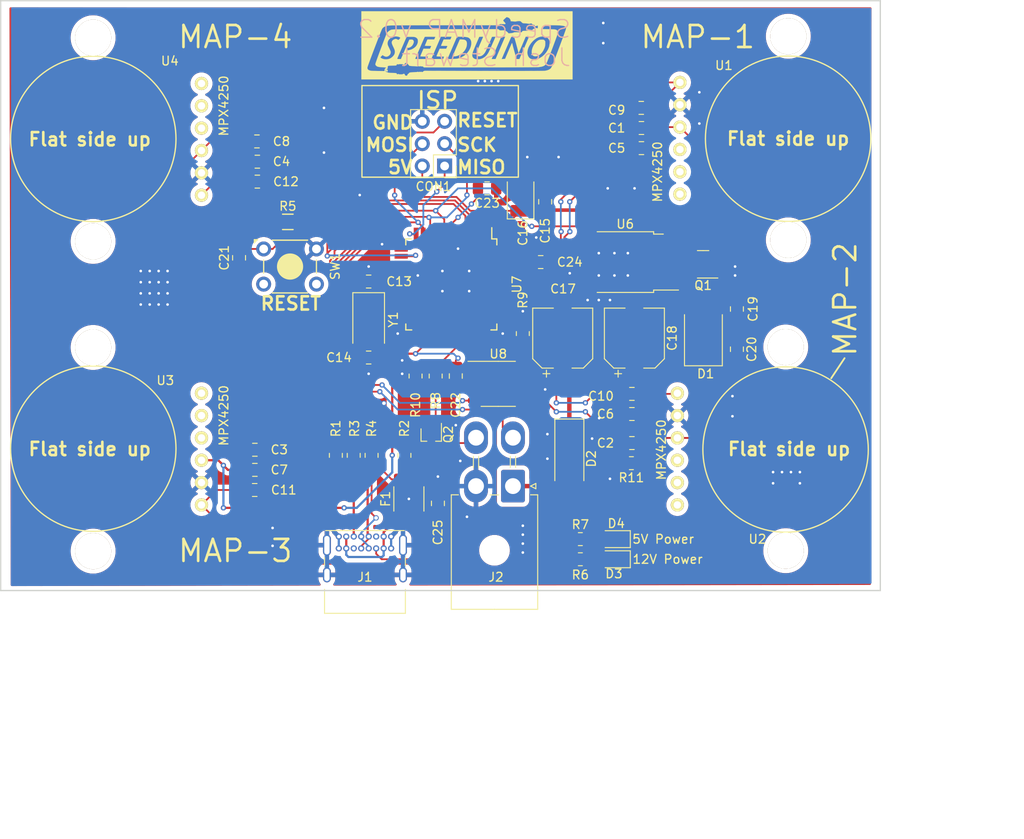
<source format=kicad_pcb>
(kicad_pcb (version 20221018) (generator pcbnew)
  (layers (0 "F.Cu" signal) (31 "B.Cu" signal) (34 "B.Paste" user) (35 "F.Paste" user) (36 "B.SilkS" user "B.Silkscreen") (37 "F.SilkS" user "F.Silkscreen") (38 "B.Mask" user) (39 "F.Mask" user) (44 "Edge.Cuts" user))
  (net 0 "")
  (net 1 "+5V")
  (net 2 "GND")
  (net 3 "MAP1")
  (net 4 "MAP2")
  (net 5 "MAP3")
  (net 6 "MAP4")
  (net 7 "Net-(U7-XTAL2)")
  (net 8 "Net-(U7-XTAL1)")
  (net 9 "12V-PROT")
  (net 10 "12V-SW")
  (net 11 "Net-(D3-A)")
  (net 12 "Net-(D4-A)")
  (net 13 "Net-(J1-CC1)")
  (net 14 "Net-(J1-D+-PadA6)")
  (net 15 "Net-(J1-D--PadA7)")
  (net 17 "Net-(J1-CC2)")
  (net 19 "D-")
  (net 20 "D+")
  (net 21 "RESET")
  (net 23 "Net-(U7-UCAP)")
  (net 24 "Net-(U7-AREF)")
  (net 26 "MOSI")
  (net 27 "MISO")
  (net 31 "DAC_SS")
  (net 33 "SCK")
  (net 42 "Net-(C25-Pad1)")
  (net 45 "VBUS")
  (net 46 "MAP_Out")
  (net 47 "Tach_Out")
  (net 48 "Net-(Q2-G)")
  (net 49 "MCU-D9")
  (net 50 "Net-(U7-~{HWB}{slash}PE2)")
  (footprint "Capacitor_SMD:C_0805_2012Metric_Pad1.18x1.45mm_HandSolder" (layer "F.Cu") (at 148.336 101.274)
    (fp_text reference "C13")
    (fp_text value "22pF")
  )
  (footprint "Capacitor_SMD:C_0805_2012Metric_Pad1.18x1.45mm_HandSolder" (layer "F.Cu") (at 148.336 109.91 180)
    (fp_text reference "C14")
    (fp_text value "22pF")
  )
  (footprint "Resistors_SMD:R_0805_HandSoldering" (layer "F.Cu") (at 139.146 94.488)
    (fp_text reference "R5")
    (fp_text value "R10k")
  )
  (footprint "Buttons_Switches_ThroughHole:SW_TH_Tactile_Omron_B3F-10xx" (layer "F.Cu") (at 136.4 97.568)
    (fp_text reference "SW1")
    (fp_text value "SW_SPST")
  )
  (footprint "Crystal:Crystal_SMD_5032-2Pin_5.0x3.2mm" (layer "F.Cu") (at 148.336 105.592 -90)
    (fp_text reference "Y1")
    (fp_text value "Crystal")
  )
  (footprint "Capacitor_SMD:C_0805_2012Metric_Pad1.18x1.45mm_HandSolder" (layer "F.Cu") (at 179.344 83.82 180)
    (fp_text reference "C1")
    (fp_text value "1uF")
  )
  (footprint "Capacitor_SMD:C_0805_2012Metric_Pad1.18x1.45mm_HandSolder" (layer "F.Cu") (at 178.262 119.634 180)
    (fp_text reference "C2")
    (fp_text value "1uF")
  )
  (footprint "Capacitor_SMD:C_0805_2012Metric_Pad1.18x1.45mm_HandSolder" (layer "F.Cu") (at 135.402 120.396)
    (fp_text reference "C3")
    (fp_text value "1uF")
  )
  (footprint "Capacitor_SMD:C_0805_2012Metric_Pad1.18x1.45mm_HandSolder" (layer "F.Cu") (at 135.682 87.648)
    (fp_text reference "C4")
    (fp_text value "1uF")
  )
  (footprint "Capacitor_SMD:C_0805_2012Metric_Pad1.18x1.45mm_HandSolder" (layer "F.Cu") (at 179.344 86.106 180)
    (fp_text reference "C5")
    (fp_text value "0.01uF")
  )
  (footprint "Capacitor_SMD:C_0805_2012Metric_Pad1.18x1.45mm_HandSolder" (layer "F.Cu") (at 178.262 116.332 180)
    (fp_text reference "C6")
    (fp_text value "0.01uF")
  )
  (footprint "Capacitor_SMD:C_0805_2012Metric_Pad1.18x1.45mm_HandSolder" (layer "F.Cu") (at 135.402 122.682)
    (fp_text reference "C7")
    (fp_text value "0.01uF")
  )
  (footprint "Capacitor_SMD:C_0805_2012Metric_Pad1.18x1.45mm_HandSolder" (layer "F.Cu") (at 135.636 85.344)
    (fp_text reference "C8")
    (fp_text value "0.01uF")
  )
  (footprint "Capacitor_SMD:C_0805_2012Metric_Pad1.18x1.45mm_HandSolder" (layer "F.Cu") (at 179.324 81.534 180)
    (fp_text reference "C9")
    (fp_text value "0.3uF")
  )
  (footprint "Capacitor_SMD:C_0805_2012Metric_Pad1.18x1.45mm_HandSolder" (layer "F.Cu") (at 178.262 114.046 180)
    (fp_text reference "C10")
    (fp_text value "0.3uF")
  )
  (footprint "Capacitor_SMD:C_0805_2012Metric_Pad1.18x1.45mm_HandSolder" (layer "F.Cu") (at 135.382 124.968)
    (fp_text reference "C11")
    (fp_text value "0.3uF")
  )
  (footprint "Capacitor_SMD:C_0805_2012Metric_Pad1.18x1.45mm_HandSolder" (layer "F.Cu") (at 135.682 89.916)
    (fp_text reference "C12")
    (fp_text value "0.3uF")
  )
  (footprint "MPX4250:MPX4250" (layer "F.Cu") (at 183.722 78.638 -90)
    (fp_text reference "U1")
    (fp_text value "MPX4250")
  )
  (footprint "MPX4250:MPX4250" (layer "F.Cu") (at 183.432 113.968 -90)
    (fp_text reference "U2")
    (fp_text value "MPX4250")
  )
  (footprint "MPX4250:MPX4250" (layer "F.Cu") (at 129.332 126.668 90)
    (fp_text reference "U3")
    (fp_text value "MPX4250")
  )
  (footprint "MPX4250:MPX4250" (layer "F.Cu") (at 129.332 91.458 90)
    (fp_text reference "U4")
    (fp_text value "MPX4250")
  )
  (footprint "Capacitor_SMD:CP_Elec_6.3x7.7" (layer "F.Cu") (at 170.394 107.7045 90)
    (fp_text reference "C17")
    (fp_text value "33uF")
  )
  (footprint "Resistor_SMD:R_0805_2012Metric" (layer "F.Cu") (at 153.67 112.014 -90)
    (fp_text reference "R10")
    (fp_text value "100k")
  )
  (footprint "Capacitor_SMD:C_0805_2012Metric_Pad1.18x1.45mm_HandSolder" (layer "F.Cu") (at 158.242 112.014 90)
    (fp_text reference "C22")
    (fp_text value "0.1uF")
  )
  (footprint "LED_SMD:LED_0805_2012Metric_Pad1.15x1.40mm_HandSolder" (layer "F.Cu") (at 176.221 130.556 180)
    (fp_text reference "D4")
    (fp_text value "LED")
  )
  (footprint "Capacitor_SMD:CP_Elec_6.3x7.7" (layer "F.Cu") (at 178.544 107.7045 90)
    (fp_text reference "C18")
    (fp_text value "33uF")
  )
  (footprint "Resistor_SMD:R_0805_2012Metric" (layer "F.Cu") (at 155.956 112.014 -90)
    (fp_text reference "R8")
    (fp_text value "1k")
  )
  (footprint "Resistor_SMD:R_0805_2012Metric" (layer "F.Cu") (at 178.2045 121.92 180)
    (fp_text reference "R11")
    (fp_text value "100k")
  )
  (footprint "Fuse:Fuse_1812_4532Metric_Pad1.30x3.40mm_HandSolder" (layer "F.Cu") (at 152.908 125.984 90)
    (fp_text reference "F1")
    (fp_text value "Fuse")
  )
  (footprint "Capacitor_SMD:C_0805_2012Metric_Pad1.18x1.45mm_HandSolder" (layer "F.Cu") (at 156.21 126.492 90)
    (fp_text reference "C25")
    (fp_text value "1uF")
  )
  (footprint "Misc:Speeduino logo_sml" (layer "F.Cu") (at 159.512 74.422)
    (fp_text reference "G***" hide)
    (fp_text value "LOGO" hide)
  )
  (footprint "Capacitor_SMD:C_0805_2012Metric_Pad1.18x1.45mm_HandSolder" (layer "F.Cu") (at 190.2 104.394 90)
    (fp_text reference "C19")
    (fp_text value "0.1uF")
  )
  (footprint "Diode_SMD:D_SMB" (layer "F.Cu") (at 186.39 107.188 90)
    (fp_text reference "D1")
    (fp_text value "D_TVS")
  )
  (footprint "Resistor_SMD:R_0805_2012Metric" (layer "F.Cu") (at 152.4 121.031 -90)
    (fp_text reference "R2")
    (fp_text value "5.1k")
  )
  (footprint "Capacitor_Tantalum_SMD:CP_EIA-3528-21_Kemet-B" (layer "F.Cu") (at 165.608 91.694 90)
    (fp_text reference "C16")
    (fp_text value "47uF")
  )
  (footprint "Connector_PinHeader_2.54mm:PinHeader_2x03_P2.54mm_Vertical" (layer "F.Cu") (at 156.972 88.138 180)
    (fp_text reference "CON1")
    (fp_text value "AVR-ISP-6")
  )
  (footprint "LED_SMD:LED_0805_2012Metric_Pad1.15x1.40mm_HandSolder" (layer "F.Cu") (at 176.221 132.842 180)
    (fp_text reference "D3")
    (fp_text value "LED")
  )
  (footprint "Connector_USB:USB_C_Receptacle_GCT_USB4085" (layer "F.Cu") (at 144.941 130.26)
    (fp_text reference "J1")
    (fp_text value "USB_C_Receptacle")
  )
  (footprint "Package_TO_SOT_SMD:SOT-23" (layer "F.Cu") (at 186.3575 99.314 180)
    (fp_text reference "Q1")
    (fp_text value "FDN340P")
  )
  (footprint "Capacitor_SMD:C_0805_2012Metric_Pad1.18x1.45mm_HandSolder" (layer "F.Cu") (at 190.2 108.966 -90)
    (fp_text reference "C20")
    (fp_text value "0.33uF")
  )
  (footprint "Resistor_SMD:R_0805_2012Metric" (layer "F.Cu") (at 146.639 121.031 -90)
    (fp_text reference "R3")
    (fp_text value "22")
  )
  (footprint "Resistor_SMD:R_0805_2012Metric" (layer "F.Cu") (at 144.607 121.031 90)
    (fp_text reference "R1")
    (fp_text value "5.1k")
  )
  (footprint "Package_QFP:TQFP-44_10x10mm_P0.8mm" (layer "F.Cu") (at 157.734 101.6 -90)
    (fp_text reference "U7")
    (fp_text value "ATmega32U4-A")
  )
  (footprint "Capacitor_SMD:C_0805_2012Metric_Pad1.18x1.45mm_HandSolder" (layer "F.Cu") (at 168.402 92.202 90)
    (fp_text reference "C15")
    (fp_text value "0.1uF")
  )
  (footprint "Package_TO_SOT_SMD:SOT-323_SC-70" (layer "F.Cu") (at 155.448 118.6965 -90)
    (fp_text reference "Q2")
    (fp_text value "BSS138PW,115")
  )
  (footprint "Package_TO_SOT_SMD:TO-252-2" (layer "F.Cu") (at 177.422 99.06 180)
    (fp_text reference "U6")
    (fp_text value "MC78M05_TO252")
  )
  (footprint "Connector_Molex:Molex_Mini-Fit_Jr_5569-04A2_2x02_P4.20mm_Horizontal" (layer "F.Cu") (at 164.741 124.526 180)
    (fp_text reference "J2")
    (fp_text value "Conn_01x04")
  )
  (footprint "Resistor_SMD:R_0805_2012Metric" (layer "F.Cu") (at 148.671 121.031 90)
    (fp_text reference "R4")
    (fp_text value "22")
  )
  (footprint "Package_SO:SOIC-8_3.9x4.9mm_P1.27mm" (layer "F.Cu") (at 163.068 112.903)
    (fp_text reference "U8")
    (fp_text value "MCP4921-E/SN")
  )
  (footprint "Capacitor_SMD:C_0805_2012Metric_Pad1.18x1.45mm_HandSolder" (layer "F.Cu") (at 161.798 90.678 180)
    (fp_text reference "C23")
    (fp_text value "1uF")
  )
  (footprint "Diode_SMD:D_SMA_Handsoldering" (layer "F.Cu") (at 171.15 121.412 -90)
    (fp_text reference "D2")
    (fp_text value "D_Schottky")
  )
  (footprint "Resistor_SMD:R_0805_2012Metric" (layer "F.Cu") (at 172.402 132.842)
    (fp_text reference "R6")
    (fp_text value "1k")
  )
  (footprint "Resistor_SMD:R_0805_2012Metric_Pad1.20x1.40mm_HandSolder" (layer "F.Cu") (at 165.862 107.188 -90)
    (fp_text reference "R9")
    (fp_text value "R10k")
  )
  (footprint "Capacitor_SMD:C_0805_2012Metric_Pad1.18x1.45mm_HandSolder" (layer "F.Cu") (at 133.604 98.5735 90)
    (fp_text reference "C21")
    (fp_text value "4.7nF")
  )
  (footprint "Capacitor_SMD:C_0805_2012Metric_Pad1.18x1.45mm_HandSolder" (layer "F.Cu") (at 167.894 99.06 180)
    (fp_text reference "C24")
    (fp_text value "0.1uF")
  )
  (footprint "Resistor_SMD:R_0805_2012Metric" (layer "F.Cu") (at 172.402 130.556)
    (fp_text reference "R7")
    (fp_text value "470R")
  )
  (gr_line (start 202.438 109.982) (end 200.914 112.268) (stroke (width 0.2)) (layer "F.SilkS"))
  (gr_rect (start 147.574 78.994) (end 165.354 89.408) (stroke (width 0.15)) (fill none) (layer "F.SilkS"))
  (gr_line (start 106.502 136.398) (end 106.502 69.342) (stroke (width 0.15)) (layer "Edge.Cuts"))
  (gr_line (start 206.502 69.342) (end 206.502 136.398) (stroke (width 0.15)) (layer "Edge.Cuts"))
  (gr_line (start 106.502 69.342) (end 206.502 69.342) (stroke (width 0.15)) (layer "Edge.Cuts"))
  (gr_line (start 206.502 136.398) (end 106.502 136.398) (stroke (width 0.15)) (layer "Edge.Cuts"))
  (gr_text "SpeedyMAP v0.2\nJosh Stewart" (at 171.45 76.962) (layer "B.SilkS") (effects (font (size 2 2)) (justify left bottom mirror)))
  (gr_text "ISP" (at 153.67 81.788) (layer "F.SilkS") (effects (font (size 1.9 1.9) (thickness 0.3) bold) (justify left bottom)))
  (gr_text "RESET" (at 158.242 83.82) (layer "F.SilkS") (effects (font (size 1.5 1.5) (thickness 0.3) bold) (justify left bottom)))
  (gr_text "Flat side up" (at 196.022 85.038) (layer "F.SilkS") (effects (font (size 1.5 1.5) (thickness 0.3))))
  (gr_text "MAP-2" (at 203.962 109.982 90) (layer "F.SilkS") (effects (font (size 2.5 2.5) (thickness 0.3) bold) (justify left bottom)))
  (gr_text "Flat side up" (at 116.632 120.318) (layer "F.SilkS") (effects (font (size 1.5 1.5) (thickness 0.3))))
  (gr_text "5V" (at 150.368 89.154) (layer "F.SilkS") (effects (font (size 1.5 1.5) (thickness 0.3) bold) (justify left bottom)))
  (gr_text "SCK" (at 158.242 86.614) (layer "F.SilkS") (effects (font (size 1.5 1.5) (thickness 0.3) bold) (justify left bottom)))
  (gr_text "MAP-4" (at 126.492 74.93) (layer "F.SilkS") (effects (font (size 2.5 2.5) (thickness 0.3) bold) (justify left bottom)))
  (gr_text "Flat side up" (at 116.632 85.108) (layer "F.SilkS") (effects (font (size 1.5 1.5) (thickness 0.3))))
  (gr_text "MISO" (at 158.242 89.154) (layer "F.SilkS") (effects (font (size 1.5 1.5) (thickness 0.3) bold) (justify left bottom)))
  (gr_text "GND" (at 148.59 84.074) (layer "F.SilkS") (effects (font (size 1.5 1.5) (thickness 0.3) bold) (justify left bottom)))
  (gr_text "MAP-3" (at 126.492 133.35) (layer "F.SilkS") (effects (font (size 2.5 2.5) (thickness 0.3) bold) (justify left bottom)))
  (gr_text "Flat side up" (at 196.132 120.318) (layer "F.SilkS") (effects (font (size 1.5 1.5) (thickness 0.3))))
  (gr_text "RESET" (at 135.89 104.648) (layer "F.SilkS") (effects (font (size 1.5 1.5) (thickness 0.3) bold) (justify left bottom)))
  (gr_text "MOSI" (at 147.828 86.614) (layer "F.SilkS") (effects (font (size 1.5 1.5) (thickness 0.3) bold) (justify left bottom)))
  (gr_text "MAP-1" (at 179.07 74.93) (layer "F.SilkS") (effects (font (size 2.5 2.5) (thickness 0.3) bold) (justify left bottom)))
  (segment (start 151.015411 121.018589) (end 151.015411 110.096589) (width 0.25) (layer "F.Cu") (net 1))
  (segment (start 171.4895 130.556) (end 171.4895 128.6925) (width 0.2) (layer "F.Cu") (net 1))
  (segment (start 163.576 97.458) (end 163.434 97.6) (width 0.2) (layer "F.Cu") (net 1))
  (segment (start 179.512 119.4215) (end 179.2995 119.634) (width 0.2) (layer "F.Cu") (net 1))
  (segment (start 182.462 96.78) (end 179.662 93.98) (width 0.4) (layer "F.Cu") (net 1))
  (segment (start 182.468 96.774) (end 186.436 96.774) (width 0.2) (layer "F.Cu") (net 1))
  (segment (start 186.436 87.122) (end 187.452 86.106) (width 0.2) (layer "F.Cu") (net 1))
  (segment (start 154.309 107.075) (end 154.534 107.3) (width 0.2) (layer "F.Cu") (net 1))
  (segment (start 154.686 99.314) (end 155.207 99.835) (width 0.2) (layer "F.Cu") (net 1))
  (segment (start 182.196 119.048) (end 185.166 119.048) (width 0.2) (layer "F.Cu") (net 1))
  (segment (start 165.543 113.538) (end 167.132 113.538) (width 0.2) (layer "F.Cu") (net 1))
  (segment (start 130.366 85.344) (end 129.332 86.378) (width 0.2) (layer "F.Cu") (net 1))
  (segment (start 137.796 94.488) (end 126.746 94.488) (width 0.2) (layer "F.Cu") (net 1))
  (segment (start 173.680401 93.98) (end 172.852401 93.152) (width 0.4) (layer "F.Cu") (net 1))
  (segment (start 143.53 76.2) (end 134.386 85.344) (width 0.2) (layer "F.Cu") (net 1))
  (segment (start 183.722 83.718) (end 180.696 83.718) (width 0.2) (layer "F.Cu") (net 1))
  (segment (start 155.284 105.6) (end 155.207 105.677) (width 0.2) (layer "F.Cu") (net 1))
  (segment (start 134.5985 85.344) (end 134.386 85.344) (width 0.2) (layer "F.Cu") (net 1))
  (segment (start 163.434 97.6) (end 161.684 97.6) (width 0.2) (layer "F.Cu") (net 1))
  (segment (start 158.318958 91.656998) (end 154.648998 91.656998) (width 0.2) (layer "F.Cu") (net 1))
  (segment (start 180.594 86.106) (end 180.594 93.048) (width 0.2) (layer "F.Cu") (net 1))
  (segment (start 160.593 110.998) (end 158.308 110.998) (width 0.2) (layer "F.Cu") (net 1))
  (segment (start 165.608 93.2315) (end 163.576 95.2635) (width 0.2) (layer "F.Cu") (net 1))
  (segment (start 160.934 96.85) (end 160.934 95.9) (width 0.2) (layer "F.Cu") (net 1))
  (segment (start 126.238 93.98) (end 126.238 89.472) (width 0.2) (layer "F.Cu") (net 1))
  (segment (start 143.025974 127) (end 131.826 127) (width 0.25) (layer "F.Cu") (net 1))
  (segment (start 186.436 96.774) (end 186.436 86.432) (width 0.2) (layer "F.Cu") (net 1))
  (segment (start 186.436 86.432) (end 183.722 83.718) (width 0.2) (layer "F.Cu") (net 1))
  (segment (start 154.534 108.61) (end 153.67 109.474) (width 0.2) (layer "F.Cu") (net 1))
  (segment (start 155.207 105.677) (end 154.309 106.575) (width 0.2) (layer "F.Cu") (net 1))
  (segment (start 163.576 95.2635) (end 163.576 97.458) (width 0.2) (layer "F.Cu") (net 1))
  (segment (start 131.826 122.174) (end 131.24 121.588) (width 0.25) (layer "F.Cu") (net 1))
  (segment (start 161.684 105.46) (end 161.544 105.6) (width 0.2) (layer "F.Cu") (net 1))
  (segment (start 181.61 124.714) (end 181.61 119.634) (width 0.2) (layer "F.Cu") (net 1))
  (segment (start 182.462 96.78) (end 182.468 96.774) (width 0.2) (layer "F.Cu") (net 1))
  (segment (start 187.452 78.486) (end 185.166 76.2) (width 0.2) (layer "F.Cu") (net 1))
  (segment (start 181.61 119.634) (end 182.196 119.048) (width 0.2) (layer "F.Cu") (net 1))
  (segment (start 180.77 119.048) (end 179.578 117.856) (width 0.2) (layer "F.Cu") (net 1))
  (segment (start 162.0385 93.2315) (end 159.89346 93.2315) (width 0.2) (layer "F.Cu") (net 1))
  (segment (start 131.826 122.174) (end 132.334 122.682) (width 0.25) (layer "F.Cu") (net 1))
  (segment (start 134.152 122.682) (end 134.152 120.396) (width 0.25) (layer "F.Cu") (net 1))
  (segment (start 179.662 93.98) (end 173.680401 93.98) (width 0.4) (layer "F.Cu") (net 1))
  (segment (start 191.978 118.364) (end 191.294 119.048) (width 0.2) (layer "F.Cu") (net 1))
  (segment (start 143.025974 127) (end 145.542 127) (width 0.25) (layer "F.Cu") (net 1))
  (segment (start 154.432 91.44) (end 154.432 88.138) (width 0.2) (layer "F.Cu") (net 1))
  (segment (start 187.452 86.106) (end 187.452 78.486) (width 0.2) (layer "F.Cu") (net 1))
  (segment (start 180.696 83.718) (end 180.594 83.82) (width 0.2) (layer "F.Cu") (net 1))
  (segment (start 134.6445 87.648) (end 134.5985 87.602) (width 0.2) (layer "F.Cu") (net 1))
  (segment (start 152.034 99.2) (end 152.984 99.2) (width 0.2) (layer "F.Cu") (net 1))
  (segment (start 160.934 94.336) (end 160.934 95.9) (width 0.2) (layer "F.Cu") (net 1))
  (segment (start 134.386 85.344) (end 130.366 85.344) (width 0.2) (layer "F.Cu") (net 1))
  (segment (start 163.434 105.6) (end 161.544 105.6) (width 0.2) (layer "F.Cu") (net 1))
  (segment (start 153.098 99.314) (end 154.686 99.314) (width 0.2) (layer "F.Cu") (net 1))
  (segment (start 158.308 110.998) (end 158.242 111.064) (width 0.2) (layer "F.Cu") (net 1))
  (segment (start 158.242 110.236) (end 158.496 109.982) (width 0.2) (layer "F.Cu") (net 1))
  (segment (start 151.638 109.474) (end 153.67 109.474) (width 0.25) (layer "F.Cu") (net 1))
  (segment (start 172.852401 93.152) (end 165.6875 93.152) (width 0.4) (layer "F.Cu") (net 1))
  (segment (start 131.24 121.588) (end 129.332 121.588) (width 0.25) (layer "F.Cu") (net 1))
  (segment (start 151.015411 110.096589) (end 151.638 109.474) (width 0.25) (layer "F.Cu") (net 1))
  (segment (start 172.974 116.078) (end 174.752 117.856) (width 0.2) (layer "F.Cu") (net 1))
  (segment (start 159.89346 93.2315) (end 158.318958 91.656998) (width 0.2) (layer "F.Cu") (net 1))
  (segment (start 134.5985 87.602) (end 134.5985 85.344) (width 0.2) (layer "F.Cu") (net 1))
  (segment (start 167.132 113.538) (end 169.672 116.078) (width 0.2) (layer "F.Cu") (net 1))
  (segment (start 186.436 96.774) (end 187.198 96.774) (width 0.2) (layer "F.Cu") (net 1))
  (segment (start 183.432 119.048) (end 180.77 119.048) (width 0.2) (layer "F.Cu") (net 1))
  (segment (start 126.746 94.488) (end 126.238 93.98) (width 0.2) (layer "F.Cu") (net 1))
  (segment (start 181.102 125.222) (end 181.61 124.714) (width 0.2) (layer "F.Cu") (net 1))
  (segment (start 161.684 97.6) (end 161.684 105.46) (width 0.2) (layer "F.Cu") (net 1))
  (segment (start 154.309 106.575) (end 154.309 107.075) (width 0.2) (layer "F.Cu") (net 1))
  (segment (start 187.295 98.364) (end 187.295 96.871) (width 0.2) (layer "F.Cu") (net 1))
  (segment (start 165.608 93.2315) (end 162.0385 93.2315) (width 0.2) (layer "F.Cu") (net 1))
  (segment (start 191.294 119.048) (end 185.166 119.048) (width 0.2) (layer "F.Cu") (net 1))
  (segment (start 191.978 98.298) (end 191.978 118.364) (width 0.2) (layer "F.Cu") (net 1))
  (segment (start 158.242 111.064) (end 158.242 110.236) (width 0.2) (layer "F.Cu") (net 1))
  (segment (start 126.238 89.472) (end 129.332 86.378) (width 0.2) (layer "F.Cu") (net 1))
  (segment (start 187.198 96.774) (end 190.454 96.774) (width 0.2) (layer "F.Cu") (net 1))
  (segment (start 180.594 93.048) (end 179.662 93.98) (width 0.2) (layer "F.Cu") (net 1))
  (segment (start 185.166 76.2) (end 143.53 76.2) (width 0.2) (layer "F.Cu") (net 1))
  (segment (start 180.594 83.82) (end 180.594 86.106) (width 0.2) (layer "F.Cu") (net 1))
  (segment (start 165.6875 93.152) (end 165.608 93.2315) (width 0.4) (layer "F.Cu") (net 1))
  (segment (start 161.684 97.6) (end 160.934 96.85) (width 0.2) (layer "F.Cu") (net 1))
  (segment (start 187.295 96.871) (end 187.198 96.774) (width 0.2) (layer "F.Cu") (net 1))
  (segment (start 185.166 119.048) (end 183.432 119.048) (width 0.2) (layer "F.Cu") (net 1))
  (segment (start 155.207 99.835) (end 155.207 105.677) (width 0.2) (layer "F.Cu") (net 1))
  (segment (start 174.752 117.856) (end 179.512 117.856) (width 0.2) (layer "F.Cu") (net 1))
  (segment (start 174.96 125.222) (end 181.102 125.222) (width 0.2) (layer "F.Cu") (net 1))
  (segment (start 152.984 99.2) (end 153.098 99.314) (width 0.2) (layer "F.Cu") (net 1))
  (segment (start 162.0385 93.2315) (end 160.934 94.336) (width 0.2) (layer "F.Cu") (net 1))
  (segment (start 161.544 105.6) (end 155.284 105.6) (width 0.2) (layer "F.Cu") (net 1))
  (segment (start 171.4895 128.6925) (end 174.96 125.222) (width 0.2) (layer "F.Cu") (net 1))
  (segment (start 179.512 116.332) (end 179.512 119.4215) (width 0.2) (layer "F.Cu") (net 1))
  (segment (start 154.534 107.3) (end 154.534 108.61) (width 0.2) (layer "F.Cu") (net 1))
  (segment (start 154.648998 91.656998) (end 154.432 91.44) (width 0.2) (layer "F.Cu") (net 1))
  (segment (start 190.454 96.774) (end 191.978 98.298) (width 0.2) (layer "F.Cu") (net 1))
  (segment (start 132.334 122.682) (end 134.152 122.682) (width 0.25) (layer "F.Cu") (net 1))
  (via (at 145.542 127) (size 0.6) (drill 0.3) (layers "F.Cu" "B.Cu") (net 1))
  (via (at 131.826 127) (size 0.6) (drill 0.3) (layers "F.Cu" "B.Cu") (net 1))
  (via (at 153.67 109.474) (size 0.6) (drill 0.3) (layers "F.Cu" "B.Cu") (net 1))
  (via (at 131.826 122.174) (size 0.6) (drill 0.3) (layers "F.Cu" "B.Cu") (net 1))
  (via (at 169.672 116.078) (size 0.6) (drill 0.3) (layers "F.Cu" "B.Cu") (net 1))
  (via (at 158.496 109.982) (size 0.6) (drill 0.3) (layers "F.Cu" "B.Cu") (net 1))
  (via (at 151.015411 121.018589) (size 0.6) (drill 0.3) (layers "F.Cu" "B.Cu") (net 1))
  (via (at 172.974 116.078) (size 0.6) (drill 0.3) (layers "F.Cu" "B.Cu") (net 1))
  (segment (start 151.015411 122.96709) (end 151.015411 121.018589) (width 0.25) (layer "B.Cu") (net 1))
  (segment (start 131.826 127) (end 131.826 122.174) (width 0.25) (layer "B.Cu") (net 1))
  (segment (start 145.542 127) (end 146.982501 127) (width 0.25) (layer "B.Cu") (net 1))
  (segment (start 158.496 109.982) (end 157.988 109.474) (width 0.2) (layer "B.Cu") (net 1))
  (segment (start 146.982501 127) (end 151.015411 122.96709) (width 0.25) (layer "B.Cu") (net 1))
  (segment (start 169.672 116.078) (end 172.974 116.078) (width 0.2) (layer "B.Cu") (net 1))
  (segment (start 157.988 109.474) (end 153.67 109.474) (width 0.2) (layer "B.Cu") (net 1))
  (segment (start 165.862 104.648) (end 165.862 106.188) (width 0.2) (layer "F.Cu") (net 2))
  (segment (start 163.434 104.8) (end 165.71 104.8) (width 0.2) (layer "F.Cu") (net 2))
  (segment (start 164.862 107.188) (end 165.862 106.188) (width 0.2) (layer "F.Cu") (net 2))
  (segment (start 165.71 104.8) (end 165.862 104.648) (width 0.2) (layer "F.Cu") (net 2))
  (segment (start 152.034 100) (end 153.34 100) (width 0.2) (layer "F.Cu") (net 2))
  (segment (start 153.34 100) (end 153.924 100.584) (width 0.2) (layer "F.Cu") (net 2))
  (segment (start 158.496 95.938) (end 158.534 95.9) (width 0.2) (layer "F.Cu") (net 2))
  (segment (start 163.434 98.4) (end 165.252 98.4) (width 0.2) (layer "F.Cu") (net 2))
  (segment (start 163.576 107.188) (end 164.862 107.188) (width 0.2) (layer "F.Cu") (net 2))
  (segment (start 165.252 98.4) (end 167.386 96.266) (width 0.2) (layer "F.Cu") (net 2))
  (segment (start 158.496 97.536) (end 158.496 95.938) (width 0.2) (layer "F.Cu") (net 2))
  (via (at 156.718 100.076) (size 0.6) (drill 0.3) (layers "F.Cu" "B.Cu") (net 2))
  (via (at 153.924 100.584) (size 0.6) (drill 0.3) (layers "F.Cu" "B.Cu") (net 2))
  (via (at 173.736 119.126) (size 0.6) (drill 0.3) (layers "F.Cu" "B.Cu") (net 2))
  (via (at 143.256 86.614) (size 0.6) (drill 0.3) (layers "F.Cu" "B.Cu") (net 2))
  (via (at 176.276 98.044) (size 0.6) (drill 0.3) (layers "F.Cu" "B.Cu") (net 2))
  (via (at 167.386 96.266) (size 0.6) (drill 0.3) (layers "F.Cu" "B.Cu") (net 2))
  (via (at 123.444 101.346) (size 0.6) (drill 0.3) (layers "F.Cu" "B.Cu") (net 2))
  (via (at 122.428 103.886) (size 0.6) (drill 0.3) (layers "F.Cu" "B.Cu") (net 2))
  (via (at 175.006 74.168) (size 0.6) (drill 0.3) (layers "F.Cu" "B.Cu") (net 2))
  (via (at 160.782 78.486) (size 0.6) (drill 0.3) (layers "F.Cu" "B.Cu") (net 2))
  (via (at 175.768 123.698) (size 0.6) (drill 0.3) (layers "F.Cu" "B.Cu") (net 2))
  (via (at 125.476 100.076) (size 0.6) (drill 0.3) (layers "F.Cu" "B.Cu") (net 2))
  (via (at 165.862 130.048) (size 0.6) (drill 0.3) (layers "F.Cu" "B.Cu") (net 2))
  (via (at 122.428 102.616) (size 0.6) (drill 0.3) (layers "F.Cu" "B.Cu") (net 2))
  (via (at 159.766 102.362) (size 0.6) (drill 0.3) (layers "F.Cu" "B.Cu") (net 2))
  (via (at 124.46 102.616) (size 0.6) (drill 0.3) (layers "F.Cu" "B.Cu") (net 2))
  (via (at 147.32 91.44) (size 0.6) (drill 0.3) (layers "F.Cu" "B.Cu") (net 2))
  (via (at 173.228 103.378) (size 0.6) (drill 0.3) (layers "F.Cu" "B.Cu") (net 2))
  (via (at 156.718 102.362) (size 0.6) (drill 0.3) (layers "F.Cu" "B.Cu") (net 2))
  (via (at 123.444 103.886) (size 0.6) (drill 0.3) (layers "F.Cu" "B.Cu") (net 2))
  (via (at 137.414 129.286) (size 0.6) (drill 0.3) (layers "F.Cu" "B.Cu") (net 2))
  (via (at 152.146 111.76) (size 0.6) (drill 0.3) (layers "F.Cu" "B.Cu") (net 2))
  (via (at 171.196 100.33) (size 0.6) (drill 0.3) (layers "F.Cu" "B.Cu") (net 2))
  (via (at 165.862 129.032) (size 0.6) (drill 0.3) (layers "F.Cu" "B.Cu") (net 2))
  (via (at 159.766 100.076) (size 0.6) (drill 0.3) (layers "F.Cu" "B.Cu") (net 2))
  (via (at 175.006 71.882) (size 0.6) (drill 0.3) (layers "F.Cu" "B.Cu") (net 2))
  (via (at 189.692 114.3) (size 0.6) (drill 0.3) (layers "F.Cu" "B.Cu") (net 2))
  (via (at 125.476 102.616) (size 0.6) (drill 0.3) (layers "F.Cu" "B.Cu") (net 2))
  (via (at 151.638 107.188) (size 0.6) (drill 0.3) (layers "F.Cu" "B.Cu") (net 2))
  (via (at 174.498 98.044) (size 0.6) (drill 0.3) (layers "F.Cu" "B.Cu") (net 2))
  (via (at 124.46 100.076) (size 0.6) (drill 0.3) (layers "F.Cu" "B.Cu") (net 2))
  (via (at 158.75 121.666) (size 0.6) (drill 0.3) (layers "F.Cu" "B.Cu") (net 2))
  (via (at 196.342 122.936) (size 0.6) (drill 0.3) (layers "F.Cu" "B.Cu") (net 2))
  (via (at 158.242 117.602) (size 0.6) (drill 0.3) (layers "F.Cu" "B.Cu") (net 2))
  (via (at 185.928 83.312) (size 0.6) (drill 0.3) (layers "F.Cu" "B.Cu") (net 2))
  (via (at 189.992 99.568) (size 0.6) (drill 0.3) (layers "F.Cu" "B.Cu") (net 2))
  (via (at 162.306 78.486) (size 0.6) (drill 0.3) (layers "F.Cu" "B.Cu") (net 2))
  (via (at 176.276 100.584) (size 0.6) (drill 0.3) (layers "F.Cu" "B.Cu") (net 2))
  (via (at 195.326 122.936) (size 0.6) (drill 0.3) (layers "F.Cu" "B.Cu") (net 2))
  (via (at 175.514 90.678) (size 0.6) (drill 0.3) (layers "F.Cu" "B.Cu") (net 2))
  (via (at 123.444 102.616) (size 0.6) (drill 0.3) (layers "F.Cu" "B.Cu") (net 2))
  (via (at 189.692 116.586) (size 0.6) (drill 0.3) (layers "F.Cu" "B.Cu") (net 2))
  (via (at 152.146 110.236) (size 0.6) (drill 0.3) (layers "F.Cu" "B.Cu") (net 2))
  (via (at 194.31 122.936) (size 0.6) (drill 0.3) (layers "F.Cu" "B.Cu") (net 2))
  (via (at 137.414 131.318) (size 0.6) (drill 0.3) (layers "F.Cu" "B.Cu") (net 2))
  (via (at 149.86 97.028) (size 0.6) (drill 0.3) (layers "F.Cu" "B.Cu") (net 2))
  (via (at 168.402 113.538) (size 0.6) (drill 0.3) (layers "F.Cu" "B.Cu") (net 2))
  (via (at 166.37 87.122) (size 0.6) (drill 0.3) (layers "F.Cu" "B.Cu") (net 2))
  (via (at 178.562 90.678) (size 0.6) (drill 0.3) (layers "F.Cu" "B.Cu") (net 2))
  (via (at 125.476 101.346) (size 0.6) (drill 0.3) (layers "F.Cu" "B.Cu") (net 2))
  (via (at 177.8 100.584) (size 0.6) (drill 0.3) (layers "F.Cu" "B.Cu") (net 2))
  (via (at 197.358 124.206) (size 0.6) (drill 0.3) (layers "F.Cu" "B.Cu") (net 2))
  (via (at 161.544 78.486) (size 0.6) (drill 0.3) (layers "F.Cu" "B.Cu") (net 2))
  (via (at 163.576 107.188) (size 0.6) (drill 0.3) (layers "F.Cu" "B.Cu") (net 2))
  (via (at 124.46 101.346) (size 0.6) (drill 0.3) (layers "F.Cu" "B.Cu") (net 2))
  (via (at 174.498 103.378) (size 0.6) (drill 0.3) (layers "F.Cu" "B.Cu") (net 2))
  (via (at 152.908 125.984) (size 0.6) (drill 0.3) (layers "F.Cu" "B.Cu") (net 2))
  (via (at 150.071089 115.104911) (size 0.6) (drill 0.4) (layers "F.Cu" "B.Cu") (net 2))
  (via (at 123.444 100.076) (size 0.6) (drill 0.3) (layers "F.Cu" "B.Cu") (net 2))
  (via (at 122.428 101.346) (size 0.6) (drill 0.3) (layers "F.Cu" "B.Cu") (net 2))
  (via (at 168.656 118.618) (size 0.6) (drill 0.3) (layers "F.Cu" "B.Cu") (net 2))
  (via (at 156.21 123.444) (size 0.6) (drill 0.3) (layers "F.Cu" "B.Cu") (net 2))
  (via (at 197.358 122.936) (size 0.6) (drill 0.3) (layers "F.Cu" "B.Cu") (net 2))
  (via (at 168.656 121.412) (size 0.6) (drill 0.3) (layers "F.Cu" "B.Cu") (net 2))
  (via (at 169.926 87.122) (size 0.6) (drill 0.3) (layers "F.Cu" "B.Cu") (net 2))
  (via (at 177.8 98.044) (size 0.6) (drill 0.3) (layers "F.Cu" "B.Cu") (net 2))
  (via (at 122.428 100.076) (size 0.6) (drill 0.3) (layers "F.Cu" "B.Cu") (net 2))
  (via (at 148.336 111.76) (size 0.6) (drill 0.3) (layers "F.Cu" "B.Cu") (net 2))
  (via (at 159.512 128.016) (size 0.6) (drill 0.3) (layers "F.Cu" "B.Cu") (net 2))
  (via (at 143.256 81.534) (size 0.6) (drill 0.3) (layers "F.Cu" "B.Cu") (net 2))
  (via (at 174.498 100.584) (size 0.6) (drill 0.3) (layers "F.Cu" "B.Cu") (net 2))
  (via (at 165.862 132.08) (size 0.6) (drill 0.3) (layers "F.Cu" "B.Cu") (net 2))
  (via (at 174.540911 116.797089) (size 0.6) (drill 0.3) (layers "F.Cu" "B.Cu") (net 2))
  (via (at 148.336 99.568) (size 0.6) (drill 0.3) (layers "F.Cu" "B.Cu") (net 2))
  (via (at 189.992 100.584) (size 0.6) (drill 0.3) (layers "F.Cu" "B.Cu") (net 2))
  (via (at 175.768 103.378) (size 0.6) (drill 0.3) (layers "F.Cu" "B.Cu") (net 2))
  (via (at 185.928 79.756) (size 0.6) (drill 0.3) (layers "F.Cu" "B.Cu") (net 2))
  (via (at 124.46 103.886) (size 0.6) (drill 0.3) (layers "F.Cu" "B.Cu") (net 2))
  (via (at 163.068 78.486) (size 0.6) (drill 0.3) (layers "F.Cu" "B.Cu") (net 2))
  (via (at 194.31 124.206) (size 0.6) (drill 0.3) (layers "F.Cu" "B.Cu") (net 2))
  (via (at 165.862 104.648) (size 0.6) (drill 0.3) (layers "F.Cu" "B.Cu") (net 2))
  (via (at 158.496 97.536) (size 0.6) (drill 0.3) (layers "F.Cu" "B.Cu") (net 2))
  (via (at 125.476 103.886) (size 0.6) (drill 0.3) (layers "F.Cu" "B.Cu") (net 2))
  (via (at 165.862 131.064) (size 0.6) (drill 0.3) (layers "F.Cu" "B.Cu") (net 2))
  (segment (start 144.941 130.26) (end 144.941 131.61) (width 0.25) (layer "B.Cu") (net 2))
  (segment (start 150.891 130.26) (end 150.891 131.61) (width 0.25) (layer "B.Cu") (net 2))
  (segment (start 170.579501 96.227763) (end 171.211764 95.5955) (width 0.2) (layer "F.Cu") (net 3))
  (segment (start 183.722 78.638) (end 174.6 78.638) (width 0.2) (layer "F.Cu") (net 3))
  (segment (start 168.92898 102.4) (end 170.579501 100.749479) (width 0.2) (layer "F.Cu") (net 3))
  (segment (start 174.6 78.638) (end 172.974 80.264) (width 0.2) (layer "F.Cu") (net 3))
  (segment (start 172.974 80.264) (end 172.974 90.424) (width 0.2) (layer "F.Cu") (net 3))
  (segment (start 183.722 78.638) (end 180.826 81.534) (width 0.2) (layer "F.Cu") (net 3))
  (segment (start 170.579501 100.749479) (end 170.579501 96.227763) (width 0.2) (layer "F.Cu") (net 3))
  (segment (start 163.434 102.4) (end 168.92898 102.4) (width 0.2) (layer "F.Cu") (net 3))
  (segment (start 172.974 90.424) (end 171.196 92.202) (width 0.2) (layer "F.Cu") (net 3))
  (segment (start 180.826 81.534) (end 180.574 81.534) (width 0.2) (layer "F.Cu") (net 3))
  (via (at 171.211764 95.5955) (size 0.6) (drill 0.3) (layers "F.Cu" "B.Cu") (net 3))
  (via (at 171.196 92.202) (size 0.6) (drill 0.3) (layers "F.Cu" "B.Cu") (net 3))
  (segment (start 171.196 92.202) (end 171.196 95.579736) (width 0.2) (layer "B.Cu") (net 3))
  (segment (start 171.196 95.579736) (end 171.211764 95.5955) (width 0.2) (layer "B.Cu") (net 3))
  (segment (start 167.462 103.2) (end 163.434 103.2) (width 0.2) (layer "F.Cu") (net 4))
  (segment (start 183.354 114.046) (end 183.432 113.968) (width 0.2) (layer "F.Cu") (net 4))
  (segment (start 178.242 112.776) (end 175.26 112.776) (width 0.2) (layer "F.Cu") (net 4))
  (segment (start 175.26 112.776) (end 172.974 115.062) (width 0.2) (layer "F.Cu") (net 4))
  (segment (start 169.672 113.515604) (end 168.148 111.991604) (width 0.2) (layer "F.Cu") (net 4))
  (segment (start 179.512 114.046) (end 178.242 112.776) (width 0.2) (layer "F.Cu") (net 4))
  (segment (start 168.148 103.886) (end 167.462 103.2) (width 0.2) (layer "F.Cu") (net 4))
  (segment (start 169.672 115.062) (end 169.672 113.515604) (width 0.2) (layer "F.Cu") (net 4))
  (segment (start 168.148 111.991604) (end 168.148 103.886) (width 0.2) (layer "F.Cu") (net 4))
  (segment (start 179.512 114.046) (end 183.354 114.046) (width 0.2) (layer "F.Cu") (net 4))
  (via (at 169.672 115.062) (size 0.6) (drill 0.3) (layers "F.Cu" "B.Cu") (net 4))
  (via (at 172.974 115.062) (size 0.6) (drill 0.3) (layers "F.Cu" "B.Cu") (net 4))
  (segment (start 172.974 115.062) (end 169.672 115.062) (width 0.2) (layer "B.Cu") (net 4))
  (segment (start 166.992 104) (end 163.434 104) (width 0.2) (layer "F.Cu") (net 5))
  (segment (start 164.338 109.982) (end 166.878 109.982) (width 0.2) (layer "F.Cu") (net 5))
  (segment (start 131.032 124.968) (end 134.132 124.968) (width 0.2) (layer "F.Cu") (net 5))
  (segment (start 162.814 127) (end 162.814 111.506) (width 0.2) (layer "F.Cu") (net 5))
  (segment (start 136.014 133.35) (end 156.464 133.35) (width 0.2) (layer "F.Cu") (net 5))
  (segment (start 162.814 111.506) (end 164.338 109.982) (width 0.2) (layer "F.Cu") (net 5))
  (segment (start 129.332 126.668) (end 136.014 133.35) (width 0.2) (layer "F.Cu") (net 5))
  (segment (start 167.386 104.394) (end 166.992 104) (width 0.2) (layer "F.Cu") (net 5))
  (segment (start 166.878 109.982) (end 167.386 109.474) (width 0.2) (layer "F.Cu") (net 5))
  (segment (start 129.332 126.668) (end 131.032 124.968) (width 0.2) (layer "F.Cu") (net 5))
  (segment (start 167.386 109.474) (end 167.386 104.394) (width 0.2) (layer "F.Cu") (net 5))
  (segment (start 156.464 133.35) (end 162.814 127) (width 0.2) (layer "F.Cu") (net 5))
  (segment (start 172.212 89.916) (end 170.18 91.948) (width 0.2) (layer "F.Cu") (net 6))
  (segment (start 130.874 89.916) (end 129.332 91.458) (width 0.2) (layer "F.Cu") (net 6))
  (segment (start 170.18 91.948) (end 170.18 92.202) (width 0.2) (layer "F.Cu") (net 6))
  (segment (start 171.45 76.962) (end 172.212 77.724) (width 0.2) (layer "F.Cu") (net 6))
  (segment (start 144.109 90.841) (end 146.05 88.9) (width 0.2) (layer "F.Cu") (net 6))
  (segment (start 146.304 76.962) (end 171.45 76.962) (width 0.2) (layer "F.Cu") (net 6))
  (segment (start 172.212 77.724) (end 172.212 89.916) (width 0.2) (layer "F.Cu") (net 6))
  (segment (start 169.164 101.6) (end 170.18 100.584) (width 0.2) (layer "F.Cu") (net 6))
  (segment (start 146.05 88.9) (end 146.05 77.216) (width 0.2) (layer "F.Cu") (net 6))
  (segment (start 134.432 89.916) (end 130.874 89.916) (width 0.2) (layer "F.Cu") (net 6))
  (segment (start 146.05 77.216) (end 146.304 76.962) (width 0.2) (layer "F.Cu") (net 6))
  (segment (start 170.18 95.630751) (end 170.215251 95.5955) (width 0.2) (layer "F.Cu") (net 6))
  (segment (start 170.18 100.584) (end 170.18 95.630751) (width 0.2) (layer "F.Cu") (net 6))
  (segment (start 135.357 90.841) (end 144.109 90.841) (width 0.2) (layer "F.Cu") (net 6))
  (segment (start 134.432 89.916) (end 135.357 90.841) (width 0.2) (layer "F.Cu") (net 6))
  (segment (start 163.434 101.6) (end 169.164 101.6) (width 0.2) (layer "F.Cu") (net 6))
  (via (at 170.215251 95.5955) (size 0.6) (drill 0.3) (layers "F.Cu" "B.Cu") (net 6))
  (via (at 170.18 92.202) (size 0.6) (drill 0.3) (layers "F.Cu" "B.Cu") (net 6))
  (segment (start 170.18 92.202) (end 170.18 95.560249) (width 0.2) (layer "B.Cu") (net 6))
  (segment (start 170.18 95.560249) (end 170.215251 95.5955) (width 0.2) (layer "B.Cu") (net 6))
  (segment (start 149.8475 100.8) (end 149.3735 101.274) (width 0.2) (layer "F.Cu") (net 7))
  (segment (start 148.336 102.3115) (end 148.336 103.742) (width 0.2) (layer "F.Cu") (net 7))
  (segment (start 152.034 100.8) (end 149.8475 100.8) (width 0.2) (layer "F.Cu") (net 7))
  (segment (start 149.3735 101.274) (end 148.336 102.3115) (width 0.2) (layer "F.Cu") (net 7))
  (segment (start 151.084 101.6) (end 150.368 102.316) (width 0.2) (layer "F.Cu") (net 8))
  (segment (start 148.336 108.8725) (end 148.336 107.442) (width 0.2) (layer "F.Cu") (net 8))
  (segment (start 152.034 101.6) (end 151.084 101.6) (width 0.2) (layer "F.Cu") (net 8))
  (segment (start 149.606 107.442) (end 148.336 107.442) (width 0.2) (layer "F.Cu") (net 8))
  (segment (start 150.368 102.316) (end 150.368 106.68) (width 0.2) (layer "F.Cu") (net 8))
  (segment (start 150.368 106.68) (end 149.606 107.442) (width 0.2) (layer "F.Cu") (net 8))
  (segment (start 147.2985 109.91) (end 148.336 108.8725) (width 0.2) (layer "F.Cu") (net 8))
  (segment (start 181.3955 110.4045) (end 182.462 109.338) (width 0.5) (layer "F.Cu") (net 9))
  (segment (start 187.712 108.016) (end 187.712 107.832) (width 0.2) (layer "F.Cu") (net 9))
  (segment (start 187.712 108.016) (end 186.39 109.338) (width 0.2) (layer "F.Cu") (net 9))
  (segment (start 187.295 100.264) (end 186.213 101.346) (width 0.2) (layer "F.Cu") (net 9))
  (segment (start 182.462 109.338) (end 182.462 101.34) (width 0.5) (layer "F.Cu") (net 9))
  (segment (start 174.7915 110.4045) (end 178.544 110.4045) (width 0.5) (layer "F.Cu") (net 9))
  (segment (start 182.468 101.346) (end 182.462 101.34) (width 0.2) (layer "F.Cu") (net 9))
  (segment (start 177.292 121.92) (end 174.158 121.92) (width 0.2) (layer "F.Cu") (net 9))
  (segment (start 187.712 107.832) (end 190.2 105.344) (width 0.2) (layer "F.Cu") (net 9))
  (segment (start 190.2 108.016) (end 187.712 108.016) (width 0.2) (layer "F.Cu") (net 9))
  (segment (start 174.158 121.92) (end 171.15 118.912) (width 0.2) (layer "F.Cu") (net 9))
  (segment (start 186.213 101.346) (end 182.468 101.346) (width 0.2) (layer "F.Cu") (net 9))
  (segment (start 182.462 109.338) (end 186.39 109.338) (width 0.5) (layer "F.Cu") (net 9))
  (segment (start 178.544 110.4045) (end 181.3955 110.4045) (width 0.5) (layer "F.Cu") (net 9))
  (segment (start 171.15 118.912) (end 171.15 114.046) (width 0.5) (layer "F.Cu") (net 9))
  (segment (start 171.15 114.046) (end 171.15 111.1605) (width 0.5) (layer "F.Cu") (net 9))
  (segment (start 171.15 111.1605) (end 170.394 110.4045) (width 0.5) (layer "F.Cu") (net 9))
  (segment (start 171.15 114.046) (end 174.7915 110.4045) (width 0.5) (layer "F.Cu") (net 9))
  (segment (start 170.536 124.526) (end 171.15 123.912) (width 0.5) (layer "F.Cu") (net 10))
  (segment (start 169.372 132.842) (end 171.4895 132.842) (width 0.5) (layer "F.Cu") (net 10))
  (segment (start 168.864 124.526) (end 168.864 132.334) (width 0.5) (layer "F.Cu") (net 10))
  (segment (start 164.741 124.526) (end 170.536 124.526) (width 0.5) (layer "F.Cu") (net 10))
  (segment (start 168.864 132.334) (end 169.372 132.842) (width 0.5) (layer "F.Cu") (net 10))
  (segment (start 173.3145 132.842) (end 175.196 132.842) (width 0.2) (layer "F.Cu") (net 11))
  (segment (start 173.3145 130.556) (end 175.196 130.556) (width 0.2) (layer "F.Cu") (net 12))
  (segment (start 146.641 123.9775) (end 146.641 130.26) (width 0.25) (layer "F.Cu") (net 13))
  (segment (start 144.607 121.9435) (end 146.641 123.9775) (width 0.25) (layer "F.Cu") (net 13))
  (segment (start 148.671 127.635) (end 149.179 128.143) (width 0.2) (layer "F.Cu") (net 14))
  (segment (start 148.671 121.9435) (end 148.671 127.635) (width 0.2) (layer "F.Cu") (net 14))
  (via (at 149.179 128.143) (size 0.6) (drill 0.4) (layers "F.Cu" "B.Cu") (net 14))
  (segment (start 147.491 130.519) (end 148.341 131.369) (width 0.2) (layer "B.Cu") (net 14))
  (segment (start 149.179 128.143) (end 147.491 129.831) (width 0.2) (layer "B.Cu") (net 14))
  (segment (start 147.491 129.831) (end 147.491 130.26) (width 0.2) (layer "B.Cu") (net 14))
  (segment (start 148.341 131.369) (end 148.341 131.61) (width 0.2) (layer "B.Cu") (net 14))
  (segment (start 147.491 130.26) (end 147.491 130.519) (width 0.2) (layer "B.Cu") (net 14))
  (segment (start 148.341 130.505) (end 147.491 131.355) (width 0.2) (layer "F.Cu") (net 15))
  (segment (start 148.221499 123.525999) (end 148.221499 130.140499) (width 0.25) (layer "F.Cu") (net 15))
  (segment (start 146.639 121.9435) (end 148.221499 123.525999) (width 0.25) (layer "F.Cu") (net 15))
  (segment (start 148.341 130.26) (end 148.341 130.505) (width 0.2) (layer "F.Cu") (net 15))
  (segment (start 147.491 131.355) (end 147.491 131.61) (width 0.2) (layer "F.Cu") (net 15))
  (segment (start 148.221499 130.140499) (end 148.341 130.26) (width 0.25) (layer "F.Cu") (net 15))
  (segment (start 149.814 132.842) (end 149.191 132.219) (width 0.2) (layer "F.Cu") (net 17))
  (segment (start 156.21 132.842) (end 149.814 132.842) (width 0.2) (layer "F.Cu") (net 17))
  (segment (start 149.191 132.219) (end 149.191 131.61) (width 0.2) (layer "F.Cu") (net 17))
  (segment (start 152.4 121.9435) (end 157.2495 121.9435) (width 0.2) (layer "F.Cu") (net 17))
  (segment (start 157.2495 121.9435) (end 158.242 122.936) (width 0.2) (layer "F.Cu") (net 17))
  (segment (start 158.242 130.81) (end 156.21 132.842) (width 0.2) (layer "F.Cu") (net 17))
  (segment (start 158.242 122.936) (end 158.242 130.81) (width 0.2) (layer "F.Cu") (net 17))
  (segment (start 143.943996 117.423496) (end 146.639 120.1185) (width 0.2) (layer "F.Cu") (net 19))
  (segment (start 144.451996 97.807024) (end 144.451996 98.398084) (width 0.2) (layer "F.Cu") (net 19))
  (segment (start 144.451996 98.398084) (end 143.943996 98.906084) (width 0.2) (layer "F.Cu") (net 19))
  (segment (start 160.134 94.03702) (end 158.153479 92.056499) (width 0.2) (layer "F.Cu") (net 19))
  (segment (start 143.943996 98.906084) (end 143.943996 117.423496) (width 0.2) (layer "F.Cu") (net 19))
  (segment (start 150.202521 92.056499) (end 144.451996 97.807024) (width 0.2) (layer "F.Cu") (net 19))
  (segment (start 158.153479 92.056499) (end 150.202521 92.056499) (width 0.2) (layer "F.Cu") (net 19))
  (segment (start 160.134 95.9) (end 160.134 94.03702) (width 0.2) (layer "F.Cu") (net 19))
  (segment (start 157.988 92.456) (end 150.95906 92.456) (width 0.2) (layer "F.Cu") (net 20))
  (segment (start 159.334 93.802) (end 157.988 92.456) (width 0.2) (layer "F.Cu") (net 20))
  (segment (start 144.343497 115.790997) (end 148.671 120.1185) (width 0.2) (layer "F.Cu") (net 20))
  (segment (start 150.95906 92.456) (end 144.343497 99.071563) (width 0.2) (layer "F.Cu") (net 20))
  (segment (start 144.343497 99.071563) (end 144.343497 115.790997) (width 0.2) (layer "F.Cu") (net 20))
  (segment (start 159.334 95.9) (end 159.334 93.802) (width 0.2) (layer "F.Cu") (net 20))
  (segment (start 143.635388 98.058652) (end 143.635388 98.36687) (width 0.2) (layer "F.Cu") (net 21))
  (segment (start 149.783042 88.19914) (end 149.783042 91.910998) (width 0.2) (layer "F.Cu") (net 21))
  (segment (start 152.034 98.4) (end 153.568 98.4) (width 0.2) (layer "F.Cu") (net 21))
  (segment (start 153.654182 84.328) (end 149.783042 88.19914) (width 0.2) (layer "F.Cu") (net 21))
  (segment (start 153.568 98.4) (end 153.67 98.298) (width 0.2) (layer "F.Cu") (net 21))
  (segment (start 149.783042 91.910998) (end 143.635388 98.058652) (width 0.2) (layer "F.Cu") (net 21))
  (segment (start 143.635388 96.556892) (end 143.635388 98.36687) (width 0.2) (layer "F.Cu") (net 21))
  (segment (start 133.636 97.568) (end 133.604 97.536) (width 0.2) (layer "F.Cu") (net 21))
  (segment (start 140.496 94.488) (end 137.416 97.568) (width 0.2) (layer "F.Cu") (net 21))
  (segment (start 155.702 84.328) (end 153.654182 84.328) (width 0.2) (layer "F.Cu") (net 21))
  (segment (start 136.4 97.568) (end 133.636 97.568) (width 0.2) (layer "F.Cu") (net 21))
  (segment (start 156.972 83.058) (end 155.702 84.328) (width 0.2) (layer "F.Cu") (net 21))
  (segment (start 141.566496 94.488) (end 143.635388 96.556892) (width 0.2) (layer "F.Cu") (net 21))
  (segment (start 140.496 94.488) (end 141.566496 94.488) (width 0.2) (layer "F.Cu") (net 21))
  (segment (start 137.416 97.568) (end 136.4 97.568) (width 0.2) (layer "F.Cu") (net 21))
  (via (at 143.635388 98.36687) (size 0.6) (drill 0.3) (layers "F.Cu" "B.Cu") (net 21))
  (via (at 153.67 98.298) (size 0.6) (drill 0.3) (layers "F.Cu" "B.Cu") (net 21))
  (segment (start 143.704258 98.298) (end 143.635388 98.36687) (width 0.2) (layer "B.Cu") (net 21))
  (segment (start 153.67 98.298) (end 143.704258 98.298) (width 0.2) (layer "B.Cu") (net 21))
  (segment (start 160.7605 90.678) (end 160.7605 91.7155) (width 0.2) (layer "F.Cu") (net 23))
  (segment (start 158.496 93.98) (end 157.734 94.742) (width 0.2) (layer "F.Cu") (net 23))
  (segment (start 157.734 94.742) (end 157.734 95.9) (width 0.2) (layer "F.Cu") (net 23))
  (segment (start 160.7605 91.7155) (end 160.02 92.456) (width 0.2) (layer "F.Cu") (net 23))
  (via (at 158.496 93.98) (size 0.6) (drill 0.3) (layers "F.Cu" "B.Cu") (net 23))
  (via (at 160.02 92.456) (size 0.6) (drill 0.3) (layers "F.Cu" "B.Cu") (net 23))
  (segment (start 158.496 93.98) (end 160.02 92.456) (width 0.2) (layer "B.Cu") (net 23))
  (segment (start 166.944 99.06) (end 166.804 99.2) (width 0.2) (layer "F.Cu") (net 24))
  (segment (start 166.804 99.2) (end 163.434 99.2) (width 0.2) (layer "F.Cu") (net 24))
  (segment (start 154.432 85.598) (end 151.2925 88.7375) (width 0.2) (layer "F.Cu") (net 26))
  (segment (start 145.542 111.76) (end 146.812 113.03) (width 0.2) (layer "F.Cu") (net 26))
  (segment (start 154.534 95.9) (end 154.534 95.125709) (width 0.2) (layer "F.Cu") (net 26))
  (segment (start 146.812 113.03) (end 149.86 113.03) (width 0.2) (layer "F.Cu") (net 26))
  (segment (start 145.542 99.568) (end 145.542 111.76) (width 0.2) (layer "F.Cu") (net 26))
  (segment (start 150.565234 94.544766) (end 145.542 99.568) (width 0.2) (layer "F.Cu") (net 26))
  (segment (start 151.2925 88.7375) (end 151.2925 91.456999) (width 0.2) (layer "F.Cu") (net 26))
  (segment (start 159.004 114.808) (end 160.593 114.808) (width 0.2) (layer "F.Cu") (net 26))
  (segment (start 153.953057 94.544766) (end 150.565234 94.544766) (width 0.2) (layer "F.Cu") (net 26))
  (segment (start 154.534 95.125709) (end 153.953057 94.544766) (width 0.2) (layer "F.Cu") (net 26))
  (via (at 159.004 114.808) (size 0.6) (drill 0.3) (layers "F.Cu" "B.Cu") (net 26))
  (via (at 153.953057 94.544766) (size 0.6) (drill 0.3) (layers "F.Cu" "B.Cu") (net 26))
  (via (at 151.2925 91.456999) (size 0.6) (drill 0.3) (layers "F.Cu" "B.Cu") (net 26))
  (via (at 149.86 113.03) (size 0.6) (drill 0.3) (layers "F.Cu" "B.Cu") (net 26))
  (segment (start 151.2925 91.884209) (end 151.2925 91.456999) (width 0.2) (layer "B.Cu") (net 26))
  (segment (start 151.892 115.062) (end 149.86 113.03) (width 0.2) (layer "B.Cu") (net 26))
  (segment (start 153.953057 94.544766) (end 151.2925 91.884209) (width 0.2) (layer "B.Cu") (net 26))
  (segment (start 159.004 114.808) (end 158.75 115.062) (width 0.2) (layer "B.Cu") (net 26))
  (segment (start 158.75 115.062) (end 151.892 115.062) (width 0.2) (layer "B.Cu") (net 26))
  (segment (start 156.972 90.168498) (end 156.083 91.057498) (width 0.2) (layer "F.Cu") (net 27))
  (segment (start 156.972 88.138) (end 156.972 90.168498) (width 0.2) (layer "F.Cu") (net 27))
  (segment (start 153.734 95.9) (end 153.05 95.9) (width 0.2) (layer "F.Cu") (net 27))
  (segment (start 153.05 95.9) (end 153.003411 95.853411) (width 0.2) (layer "F.Cu") (net 27))
  (via (at 153.003411 95.853411) (size 0.6) (drill 0.3) (layers "F.Cu" "B.Cu") (net 27))
  (via (at 156.083 91.057498) (size 0.6) (drill 0.3) (layers "F.Cu" "B.Cu") (net 27))
  (segment (start 153.492941 95.853411) (end 154.553057 94.793295) (width 0.2) (layer "B.Cu") (net 27))
  (segment (start 154.553057 94.793295) (end 154.553057 92.587441) (width 0.2) (layer "B.Cu") (net 27))
  (segment (start 153.003411 95.853411) (end 153.492941 95.853411) (width 0.2) (layer "B.Cu") (net 27))
  (segment (start 154.553057 92.587441) (end 156.083 91.057498) (width 0.2) (layer "B.Cu") (net 27))
  (segment (start 162.052 109.474) (end 162.306 109.728) (width 0.2) (layer "F.Cu") (net 31))
  (segment (start 162.306 112.014) (end 162.052 112.268) (width 0.2) (layer "F.Cu") (net 31))
  (segment (start 159.334 109.042) (end 159.766 109.474) (width 0.2) (layer "F.Cu") (net 31))
  (segment (start 159.334 107.3) (end 159.334 109.042) (width 0.2) (layer "F.Cu") (net 31))
  (segment (start 159.766 109.474) (end 162.052 109.474) (width 0.2) (layer "F.Cu") (net 31))
  (segment (start 162.052 112.268) (end 160.593 112.268) (width 0.2) (layer "F.Cu") (net 31))
  (segment (start 162.306 109.728) (end 162.306 112.014) (width 0.2) (layer "F.Cu") (net 31))
  (segment (start 145.142499 112.122499) (end 146.812 113.792) (width 0.2) (layer "F.Cu") (net 33))
  (segment (start 162.052 115.824) (end 162.306 115.57) (width 0.2) (layer "F.Cu") (net 33))
  (segment (start 159.512 88.138) (end 159.512 91.44) (width 0.2) (layer "F.Cu") (net 33))
  (segment (start 150.628811 93.916209) (end 145.142499 99.402521) (width 0.2) (layer "F.Cu") (net 33))
  (segment (start 155.334 95.9) (end 155.334 94.12) (width 0.2) (layer "F.Cu") (net 33))
  (segment (start 155.194 93.98) (end 155.130209 93.916209) (width 0.2) (layer "F.Cu") (net 33))
  (segment (start 162.306 113.792) (end 162.052 113.538) (width 0.2) (layer "F.Cu") (net 33))
  (segment (start 162.306 115.57) (end 162.306 113.792) (width 0.2) (layer "F.Cu") (net 33))
  (segment (start 155.130209 93.916209) (end 150.628811 93.916209) (width 0.2) (layer "F.Cu") (net 33))
  (segment (start 145.142499 99.402521) (end 145.142499 112.122499) (width 0.2) (layer "F.Cu") (net 33))
  (segment (start 155.334 94.12) (end 155.194 93.98) (width 0.2) (layer "F.Cu") (net 33))
  (segment (start 159.004 115.824) (end 162.052 115.824) (width 0.2) (layer "F.Cu") (net 33))
  (segment (start 156.972 85.598) (end 159.512 88.138) (width 0.2) (layer "F.Cu") (net 33))
  (segment (start 146.812 113.792) (end 149.606 113.792) (width 0.2) (layer "F.Cu") (net 33))
  (segment (start 162.052 113.538) (end 160.593 113.538) (width 0.2) (layer "F.Cu") (net 33))
  (via (at 155.194 93.98) (size 0.6) (drill 0.3) (layers "F.Cu" "B.Cu") (net 33))
  (via (at 149.606 113.792) (size 0.6) (drill 0.3) (layers "F.Cu" "B.Cu") (net 33))
  (via (at 159.512 91.44) (size 0.6) (drill 0.3) (layers "F.Cu" "B.Cu") (net 33))
  (via (at 159.004 115.824) (size 0.6) (drill 0.3) (layers "F.Cu" "B.Cu") (net 33))
  (segment (start 157.226 93.98) (end 159.512 91.694) (width 0.2) (layer "B.Cu") (net 33))
  (segment (start 151.638 115.824) (end 149.606 113.792) (width 0.2) (layer "B.Cu") (net 33))
  (segment (start 159.512 91.694) (end 159.512 91.44) (width 0.2) (layer "B.Cu") (net 33))
  (segment (start 159.004 115.824) (end 151.638 115.824) (width 0.2) (layer "B.Cu") (net 33))
  (segment (start 155.194 93.98) (end 157.226 93.98) (width 0.2) (layer "B.Cu") (net 33))
  (segment (start 152.908 128.209) (end 155.5305 128.209) (width 0.25) (layer "F.Cu") (net 42))
  (segment (start 150.041 129.765026) (end 151.597026 128.209) (width 0.25) (layer "F.Cu") (net 42))
  (segment (start 150.041 130.26) (end 150.041 129.765026) (width 0.25) (layer "F.Cu") (net 42))
  (segment (start 151.597026 128.209) (end 152.908 128.209) (width 0.25) (layer "F.Cu") (net 42))
  (segment (start 155.5305 128.209) (end 156.21 127.5295) (width 0.25) (layer "F.Cu") (net 42))
  (segment (start 145.791 130.26) (end 145.791 131.61) (width 0.25) (layer "F.Cu") (net 42))
  (segment (start 150.041 130.26) (end 150.114 130.187) (width 0.25) (layer "F.Cu") (net 42))
  (segment (start 150.041 130.26) (end 150.041 131.61) (width 0.25) (layer "F.Cu") (net 42))
  (segment (start 146.035013 132.588) (end 149.86 132.588) (width 0.25) (layer "B.Cu") (net 42))
  (segment (start 145.791 131.61) (end 145.791 132.343987) (width 0.25) (layer "B.Cu") (net 42))
  (segment (start 149.86 132.588) (end 150.041 132.407) (width 0.25) (layer "B.Cu") (net 42))
  (segment (start 145.791 132.343987) (end 146.035013 132.588) (width 0.25) (layer "B.Cu") (net 42))
  (segment (start 150.041 132.407) (end 150.041 131.61) (width 0.25) (layer "B.Cu") (net 42))
  (segment (start 166.878 94.996) (end 179.324 94.996) (width 0.2) (layer "F.Cu") (net 45))
  (segment (start 150.76204 93.218) (end 155.956 93.218) (width 0.2) (layer "F.Cu") (net 45))
  (segment (start 156.934 94.196) (end 156.934 95.9) (width 0.2) (layer "F.Cu") (net 45))
  (segment (start 150.114 118.364) (end 144.742998 112.992998) (width 0.2) (layer "F.Cu") (net 45))
  (segment (start 181.356 99.314) (end 185.42 99.314) (width 0.2) (layer "F.Cu") (net 45))
  (segment (start 180.34 96.012) (end 180.34 98.298) (width 0.2) (layer "F.Cu") (net 45))
  (segment (start 179.324 94.996) (end 180.34 96.012) (width 0.2) (layer "F.Cu") (net 45))
  (segment (start 144.742998 99.237042) (end 150.76204 93.218) (width 0.2) (layer "F.Cu") (net 45))
  (segment (start 152.908 123.759) (end 150.937 123.759) (width 0.2) (layer "F.Cu") (net 45))
  (segment (start 150.114 122.936) (end 150.114 118.364) (width 0.2) (layer "F.Cu") (net 45))
  (segment (start 144.742998 112.992998) (end 144.742998 99.237042) (width 0.2) (layer "F.Cu") (net 45))
  (segment (start 155.956 93.218) (end 156.934 94.196) (width 0.2) (layer "F.Cu") (net 45))
  (segment (start 180.34 98.298) (end 181.356 99.314) (width 0.2) (layer "F.Cu") (net 45))
  (segment (start 150.937 123.759) (end 150.114 122.936) (width 0.2) (layer "F.Cu") (net 45))
  (via (at 166.878 94.996) (size 0.6) (drill 0.3) (layers "F.Cu" "B.Cu") (net 45))
  (via (at 155.956 93.218) (size 0.6) (drill 0.3) (layers "F.Cu" "B.Cu") (net 45))
  (segment (start 166.624 94.996) (end 166.878 94.996) (width 0.2) (layer "B.Cu") (net 45))
  (segment (start 158.496 90.678) (end 162.306 90.678) (width 0.2) (layer "B.Cu") (net 45))
  (segment (start 162.306 90.678) (end 166.624 94.996) (width 0.2) (layer "B.Cu") (net 45))
  (segment (start 155.956 93.218) (end 158.496 90.678) (width 0.2) (layer "B.Cu") (net 45))
  (segment (start 165.543 110.998) (end 164.084 110.998) (width 0.2) (layer "F.Cu") (net 46))
  (segment (start 163.576 117.861) (end 164.741 119.026) (width 0.2) (layer "F.Cu") (net 46))
  (segment (start 163.576 111.506) (end 163.576 117.861) (width 0.2) (layer "F.Cu") (net 46))
  (segment (start 164.084 110.998) (end 163.576 111.506) (width 0.2) (layer "F.Cu") (net 46))
  (segment (start 155.5105 119.634) (end 159.933 119.634) (width 0.2) (layer "F.Cu") (net 47))
  (segment (start 155.448 119.6965) (end 155.5105 119.634) (width 0.2) (layer "F.Cu") (net 47))
  (segment (start 159.933 119.634) (end 160.541 119.026) (width 0.2) (layer "F.Cu") (net 47))
  (segment (start 155.956 117.5545) (end 156.1605 117.759) (width 0.2) (layer "F.Cu") (net 48))
  (segment (start 153.67 112.9265) (end 155.956 112.9265) (width 0.2) (layer "F.Cu") (net 48))
  (segment (start 155.956 112.9265) (end 155.956 117.5545) (width 0.2) (layer "F.Cu") (net 48))
  (segment (start 155.956 111.1015) (end 158.534 108.5235) (width 0.2) (layer "F.Cu") (net 49))
  (segment (start 158.534 108.5235) (end 158.534 107.3) (width 0.2) (layer "F.Cu") (net 49))
  (segment (start 165.862 108.188) (end 165.338 108.712) (width 0.2) (layer "F.Cu") (net 50))
  (segment (start 165.338 108.712) (end 162.052 108.712) (width 0.2) (layer "F.Cu") (net 50))
  (segment (start 162.052 108.712) (end 161.734 108.394) (width 0.2) (layer "F.Cu") (net 50))
  (segment (start 161.734 108.394) (end 161.734 107.3) (width 0.2) (layer "F.Cu") (net 50))
  (zone (net 2) (net_name "GND") (layer "F.Cu") (connect_pads (clearance 0.508)) (min_thickness 0.254) (fill yes (thermal_gap 0.508) (thermal_bridge_width 0.508))
    (polygon (pts (xy 205.44 135.763) (xy 107.65 135.89) (xy 107.502 70.104) (xy 205.502 70.104)))
  )
  (zone (net 2) (net_name "GND") (layer "B.Cu") (connect_pads (clearance 0.508)) (min_thickness 0.254) (fill yes (thermal_gap 0.508) (thermal_bridge_width 0.508))
    (polygon (pts (xy 107.65 135.89) (xy 107.696 70.104) (xy 205.486 70.178) (xy 205.502 135.636)))
  )
)
</source>
